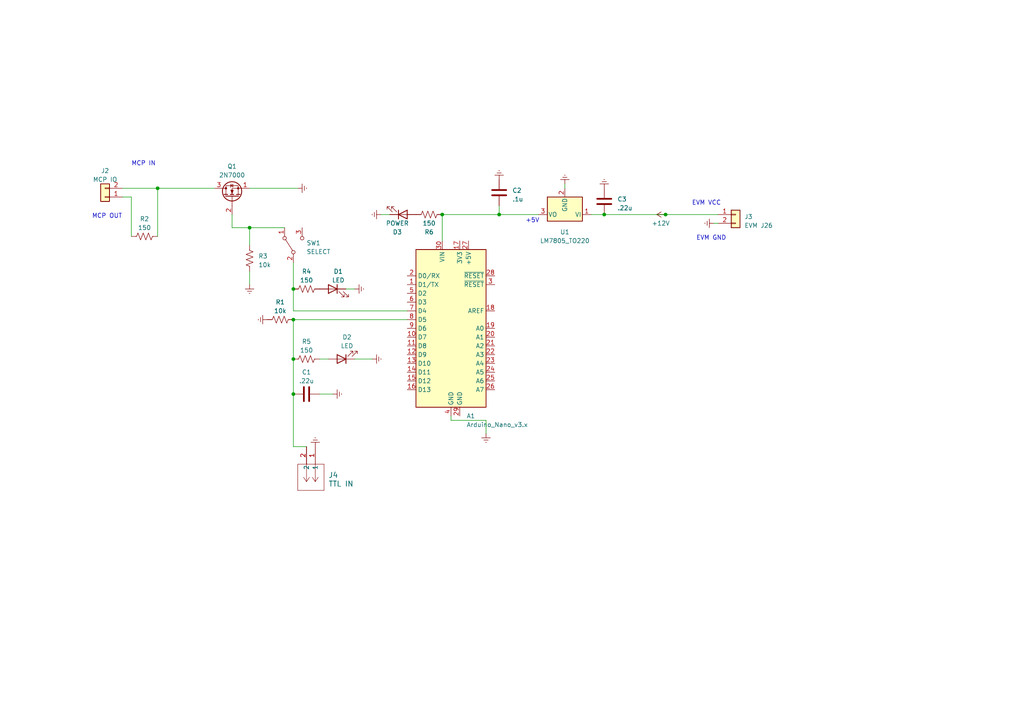
<source format=kicad_sch>
(kicad_sch (version 20230121) (generator eeschema)
  (paper "A4")
  (lib_symbols
    (symbol "Connector_Generic:Conn_01x02" (pin_names (offset 1.016) hide)
      (property "Reference" "J" (at 0 2.54 0))
      (property "Value" "Conn_01x02" (at 0 -5.08 0))
      (symbol "Conn_01x02_1_1"
        (rectangle (start -1.27 -2.413) (end 0 -2.667) (stroke (width 0.1524)))
        (rectangle (start -1.27 0.127) (end 0 -0.127) (stroke (width 0.1524)))
        (rectangle (start -1.27 1.27) (end 1.27 -3.81) (stroke (width 0.254)) (fill (type background)))
        (pin passive line (at -5.08 0 0) (length 3.81) (name "Pin_1") (number "1"))
        (pin passive line (at -5.08 -2.54 0) (length 3.81) (name "Pin_2") (number "2"))
      )
    )
    (symbol "Device:C" (pin_numbers hide) (pin_names (offset 0.254))
      (property "Reference" "C" (at 0.635 2.54 0))
      (property "Value" "C" (at 0.635 -2.54 0))
      (symbol "C_0_1"
        (polyline (pts (xy -2.032 -0.762) (xy 2.032 -0.762)) (stroke (width 0.508)))
        (polyline (pts (xy -2.032 0.762) (xy 2.032 0.762)) (stroke (width 0.508)))
      )
      (symbol "C_1_1"
        (pin passive line (at 0 3.81 270) (length 2.794) (name "~") (number "1"))
        (pin passive line (at 0 -3.81 90) (length 2.794) (name "~") (number "2"))
      )
    )
    (symbol "Device:LED" (pin_numbers hide) (pin_names (offset 1.016) hide)
      (property "Reference" "D" (at 0 2.54 0))
      (property "Value" "LED" (at 0 -2.54 0))
      (symbol "LED_0_1"
        (polyline (pts (xy -1.27 -1.27) (xy -1.27 1.27)) (stroke (width 0.254)))
        (polyline (pts (xy -1.27 0) (xy 1.27 0)))
        (polyline (pts (xy 1.27 -1.27) (xy 1.27 1.27) (xy -1.27 0) (xy 1.27 -1.27)) (stroke (width 0.254)))
        (polyline (pts (xy -3.048 -0.762) (xy -4.572 -2.286) (xy -3.81 -2.286) (xy -4.572 -2.286) (xy -4.572 -1.524)))
        (polyline (pts (xy -1.778 -0.762) (xy -3.302 -2.286) (xy -2.54 -2.286) (xy -3.302 -2.286) (xy -3.302 -1.524)))
      )
      (symbol "LED_1_1"
        (pin passive line (at -3.81 0 0) (length 2.54) (name "K") (number "1"))
        (pin passive line (at 3.81 0 180) (length 2.54) (name "A") (number "2"))
      )
    )
    (symbol "Device:R_US" (pin_numbers hide) (pin_names (offset 0))
      (property "Reference" "R" (at 2.54 0 90))
      (property "Value" "R_US" (at -2.54 0 90))
      (symbol "R_US_0_1"
        (polyline (pts (xy 0 -2.286) (xy 0 -2.54)))
        (polyline (pts (xy 0 2.286) (xy 0 2.54)))
        (polyline (pts (xy 0 -0.762) (xy 1.016 -1.143) (xy 0 -1.524) (xy -1.016 -1.905) (xy 0 -2.286)))
        (polyline (pts (xy 0 0.762) (xy 1.016 0.381) (xy 0 0) (xy -1.016 -0.381) (xy 0 -0.762)))
        (polyline (pts (xy 0 2.286) (xy 1.016 1.905) (xy 0 1.524) (xy -1.016 1.143) (xy 0 0.762)))
      )
      (symbol "R_US_1_1"
        (pin passive line (at 0 3.81 270) (length 1.27) (name "~") (number "1"))
        (pin passive line (at 0 -3.81 90) (length 1.27) (name "~") (number "2"))
      )
    )
    (symbol "MCU_Module:Arduino_Nano_v3.x"
      (property "Reference" "A" (at -10.16 23.495 0))
      (property "Value" "Arduino_Nano_v3.x" (at 5.08 -24.13 0))
      (symbol "Arduino_Nano_v3.x_0_1"
        (rectangle (start -10.16 22.86) (end 10.16 -22.86) (stroke (width 0.254)) (fill (type background)))
      )
      (symbol "Arduino_Nano_v3.x_1_1"
        (pin bidirectional line (at -12.7 12.7 0) (length 2.54) (name "D1/TX") (number "1"))
        (pin bidirectional line (at -12.7 -2.54 0) (length 2.54) (name "D7") (number "10"))
        (pin bidirectional line (at -12.7 -5.08 0) (length 2.54) (name "D8") (number "11"))
        (pin bidirectional line (at -12.7 -7.62 0) (length 2.54) (name "D9") (number "12"))
        (pin bidirectional line (at -12.7 -10.16 0) (length 2.54) (name "D10") (number "13"))
        (pin bidirectional line (at -12.7 -12.7 0) (length 2.54) (name "D11") (number "14"))
        (pin bidirectional line (at -12.7 -15.24 0) (length 2.54) (name "D12") (number "15"))
        (pin bidirectional line (at -12.7 -17.78 0) (length 2.54) (name "D13") (number "16"))
        (pin power_out line (at 2.54 25.4 270) (length 2.54) (name "3V3") (number "17"))
        (pin input line (at 12.7 5.08 180) (length 2.54) (name "AREF") (number "18"))
        (pin bidirectional line (at 12.7 0 180) (length 2.54) (name "A0") (number "19"))
        (pin bidirectional line (at -12.7 15.24 0) (length 2.54) (name "D0/RX") (number "2"))
        (pin bidirectional line (at 12.7 -2.54 180) (length 2.54) (name "A1") (number "20"))
        (pin bidirectional line (at 12.7 -5.08 180) (length 2.54) (name "A2") (number "21"))
        (pin bidirectional line (at 12.7 -7.62 180) (length 2.54) (name "A3") (number "22"))
        (pin bidirectional line (at 12.7 -10.16 180) (length 2.54) (name "A4") (number "23"))
        (pin bidirectional line (at 12.7 -12.7 180) (length 2.54) (name "A5") (number "24"))
        (pin bidirectional line (at 12.7 -15.24 180) (length 2.54) (name "A6") (number "25"))
        (pin bidirectional line (at 12.7 -17.78 180) (length 2.54) (name "A7") (number "26"))
        (pin power_out line (at 5.08 25.4 270) (length 2.54) (name "+5V") (number "27"))
        (pin input line (at 12.7 15.24 180) (length 2.54) (name "~{RESET}") (number "28"))
        (pin power_in line (at 2.54 -25.4 90) (length 2.54) (name "GND") (number "29"))
        (pin input line (at 12.7 12.7 180) (length 2.54) (name "~{RESET}") (number "3"))
        (pin power_in line (at -2.54 25.4 270) (length 2.54) (name "VIN") (number "30"))
        (pin power_in line (at 0 -25.4 90) (length 2.54) (name "GND") (number "4"))
        (pin bidirectional line (at -12.7 10.16 0) (length 2.54) (name "D2") (number "5"))
        (pin bidirectional line (at -12.7 7.62 0) (length 2.54) (name "D3") (number "6"))
        (pin bidirectional line (at -12.7 5.08 0) (length 2.54) (name "D4") (number "7"))
        (pin bidirectional line (at -12.7 2.54 0) (length 2.54) (name "D5") (number "8"))
        (pin bidirectional line (at -12.7 0 0) (length 2.54) (name "D6") (number "9"))
      )
    )
    (symbol "Regulator_Linear:LM7805_TO220" (pin_names (offset 0.254))
      (property "Reference" "U" (at -3.81 3.175 0))
      (property "Value" "LM7805_TO220" (at 0 3.175 0))
      (symbol "LM7805_TO220_0_1"
        (rectangle (start -5.08 1.905) (end 5.08 -5.08) (stroke (width 0.254)) (fill (type background)))
      )
      (symbol "LM7805_TO220_1_1"
        (pin power_in line (at -7.62 0 0) (length 2.54) (name "VI") (number "1"))
        (pin power_in line (at 0 -7.62 90) (length 2.54) (name "GND") (number "2"))
        (pin power_out line (at 7.62 0 180) (length 2.54) (name "VO") (number "3"))
      )
    )
    (symbol "Switch:SW_SPDT" (pin_names (offset 0) hide)
      (property "Reference" "SW" (at 0 4.318 0))
      (property "Value" "SW_SPDT" (at 0 -5.08 0))
      (symbol "SW_SPDT_0_0"
        (circle (center -2.032 0) (radius 0.508))
        (circle (center 2.032 -2.54) (radius 0.508))
      )
      (symbol "SW_SPDT_0_1"
        (polyline (pts (xy -1.524 0.254) (xy 1.651 2.286)))
        (circle (center 2.032 2.54) (radius 0.508))
      )
      (symbol "SW_SPDT_1_1"
        (pin passive line (at 5.08 2.54 180) (length 2.54) (name "A") (number "1"))
        (pin passive line (at -5.08 0 0) (length 2.54) (name "B") (number "2"))
        (pin passive line (at 5.08 -2.54 180) (length 2.54) (name "C") (number "3"))
      )
    )
    (symbol "Transistor_FET:2N7000" (pin_names hide)
      (property "Reference" "Q" (at 5.08 1.905 0))
      (property "Value" "2N7000" (at 5.08 0 0))
      (symbol "2N7000_0_1"
        (polyline (pts (xy 0.254 0) (xy -2.54 0)))
        (polyline (pts (xy 0.254 1.905) (xy 0.254 -1.905)) (stroke (width 0.254)))
        (polyline (pts (xy 0.762 -1.27) (xy 0.762 -2.286)) (stroke (width 0.254)))
        (polyline (pts (xy 0.762 0.508) (xy 0.762 -0.508)) (stroke (width 0.254)))
        (polyline (pts (xy 0.762 2.286) (xy 0.762 1.27)) (stroke (width 0.254)))
        (polyline (pts (xy 2.54 2.54) (xy 2.54 1.778)))
        (polyline (pts (xy 2.54 -2.54) (xy 2.54 0) (xy 0.762 0)))
        (polyline (pts (xy 0.762 -1.778) (xy 3.302 -1.778) (xy 3.302 1.778) (xy 0.762 1.778)))
        (polyline (pts (xy 1.016 0) (xy 2.032 0.381) (xy 2.032 -0.381) (xy 1.016 0)) (fill (type outline)))
        (polyline (pts (xy 2.794 0.508) (xy 2.921 0.381) (xy 3.683 0.381) (xy 3.81 0.254)))
        (polyline (pts (xy 3.302 0.381) (xy 2.921 -0.254) (xy 3.683 -0.254) (xy 3.302 0.381)))
        (circle (center 1.651 0) (radius 2.794) (stroke (width 0.254)))
        (circle (center 2.54 -1.778) (radius 0.254) (fill (type outline)))
        (circle (center 2.54 1.778) (radius 0.254) (fill (type outline)))
      )
      (symbol "2N7000_1_1"
        (pin passive line (at 2.54 -5.08 90) (length 2.54) (name "S") (number "1"))
        (pin input line (at -5.08 0 0) (length 2.54) (name "G") (number "2"))
        (pin passive line (at 2.54 5.08 270) (length 2.54) (name "D") (number "3"))
      )
    )
    (symbol "UCSB_BNC:CONBNC002" (pin_names (offset 0.254))
      (property "Reference" "J" (at 8.89 6.35 0))
      (property "Value" "CONBNC002" (at 0 0 0))
      (symbol "CONBNC002_1_1"
        (polyline (pts (xy 5.08 -5.08) (xy 12.7 -5.08)) (stroke (width 0.127)))
        (polyline (pts (xy 5.08 2.54) (xy 5.08 -5.08)) (stroke (width 0.127)))
        (polyline (pts (xy 10.16 -2.54) (xy 5.08 -2.54)) (stroke (width 0.127)))
        (polyline (pts (xy 10.16 -2.54) (xy 8.89 -3.3867)) (stroke (width 0.127)))
        (polyline (pts (xy 10.16 -2.54) (xy 8.89 -1.6933)) (stroke (width 0.127)))
        (polyline (pts (xy 10.16 0) (xy 5.08 0)) (stroke (width 0.127)))
        (polyline (pts (xy 10.16 0) (xy 8.89 -0.8467)) (stroke (width 0.127)))
        (polyline (pts (xy 10.16 0) (xy 8.89 0.8467)) (stroke (width 0.127)))
        (polyline (pts (xy 12.7 -5.08) (xy 12.7 2.54)) (stroke (width 0.127)))
        (polyline (pts (xy 12.7 2.54) (xy 5.08 2.54)) (stroke (width 0.127)))
        (pin unspecified line (at 0 0 0) (length 5.08) (name "1") (number "1"))
        (pin unspecified line (at 0 -2.54 0) (length 5.08) (name "2") (number "2"))
      )
      (symbol "CONBNC002_1_2"
        (polyline (pts (xy 5.08 -5.08) (xy 12.7 -5.08)) (stroke (width 0.127)))
        (polyline (pts (xy 5.08 2.54) (xy 5.08 -5.08)) (stroke (width 0.127)))
        (polyline (pts (xy 7.62 -2.54) (xy 5.08 -2.54)) (stroke (width 0.127)))
        (polyline (pts (xy 7.62 -2.54) (xy 8.89 -3.3867)) (stroke (width 0.127)))
        (polyline (pts (xy 7.62 -2.54) (xy 8.89 -1.6933)) (stroke (width 0.127)))
        (polyline (pts (xy 7.62 0) (xy 5.08 0)) (stroke (width 0.127)))
        (polyline (pts (xy 7.62 0) (xy 8.89 -0.8467)) (stroke (width 0.127)))
        (polyline (pts (xy 7.62 0) (xy 8.89 0.8467)) (stroke (width 0.127)))
        (polyline (pts (xy 12.7 -5.08) (xy 12.7 2.54)) (stroke (width 0.127)))
        (polyline (pts (xy 12.7 2.54) (xy 5.08 2.54)) (stroke (width 0.127)))
        (pin unspecified line (at 0 0 0) (length 5.08) (name "1") (number "1"))
        (pin unspecified line (at 0 -2.54 0) (length 5.08) (name "2") (number "2"))
      )
    )
    (symbol "power:+12V" (power) (pin_names (offset 0))
      (property "Value" "+12V" (at 0 3.556 0))
      (symbol "+12V_0_1"
        (polyline (pts (xy -0.762 1.27) (xy 0 2.54)))
        (polyline (pts (xy 0 0) (xy 0 2.54)))
        (polyline (pts (xy 0 2.54) (xy 0.762 1.27)))
      )
      (symbol "+12V_1_1"
        (pin power_in line (at 0 0 90) (length 0) hide (name "+12V") (number "1"))
      )
    )
    (symbol "power:Earth" (power) (pin_names (offset 0))
      (symbol "Earth_0_1"
        (polyline (pts (xy -0.635 -1.905) (xy 0.635 -1.905)))
        (polyline (pts (xy -0.127 -2.54) (xy 0.127 -2.54)))
        (polyline (pts (xy 0 -1.27) (xy 0 0)))
        (polyline (pts (xy 1.27 -1.27) (xy -1.27 -1.27)))
      )
      (symbol "Earth_1_1"
        (pin power_in line (at 0 0 270) (length 0) hide (name "Earth") (number "1"))
      )
    )
  )
  (junction (at 144.78 62.23))
  (junction (at 85.09 83.82))
  (junction (at 72.39 66.04))
  (junction (at 193.04 62.23))
  (junction (at 45.72 54.61))
  (junction (at 85.09 104.14))
  (junction (at 175.26 62.23))
  (junction (at 128.27 62.23))
  (junction (at 85.09 114.3))
  (junction (at 85.09 92.71))
  (wire (pts (xy 72.39 66.04) (xy 72.39 71.12)))
  (wire (pts (xy 45.72 54.61) (xy 62.23 54.61)))
  (wire (pts (xy 171.45 62.23) (xy 175.26 62.23)))
  (wire (pts (xy 85.09 90.17) (xy 118.11 90.17)))
  (wire (pts (xy 92.71 104.14) (xy 95.25 104.14)))
  (wire (pts (xy 102.87 104.14) (xy 107.95 104.14)))
  (wire (pts (xy 72.39 54.61) (xy 86.36 54.61)))
  (wire (pts (xy 38.1 68.58) (xy 38.1 57.15)))
  (wire (pts (xy 128.27 62.23) (xy 128.27 69.85)))
  (wire (pts (xy 38.1 57.15) (xy 35.56 57.15)))
  (wire (pts (xy 85.09 114.3) (xy 85.09 129.54)))
  (wire (pts (xy 72.39 78.74) (xy 72.39 82.55)))
  (wire (pts (xy 45.72 54.61) (xy 45.72 68.58)))
  (wire (pts (xy 110.49 62.23) (xy 113.03 62.23)))
  (wire (pts (xy 82.55 66.04) (xy 72.39 66.04)))
  (wire (pts (xy 193.04 62.23) (xy 208.28 62.23)))
  (wire (pts (xy 85.09 104.14) (xy 85.09 114.3)))
  (wire (pts (xy 85.09 83.82) (xy 85.09 90.17)))
  (wire (pts (xy 85.09 76.2) (xy 85.09 83.82)))
  (wire (pts (xy 130.81 120.65) (xy 130.81 121.92)))
  (wire (pts (xy 67.31 66.04) (xy 72.39 66.04)))
  (wire (pts (xy 85.09 92.71) (xy 118.11 92.71)))
  (wire (pts (xy 85.09 92.71) (xy 85.09 104.14)))
  (wire (pts (xy 92.71 114.3) (xy 96.52 114.3)))
  (wire (pts (xy 130.81 121.92) (xy 140.97 121.92)))
  (wire (pts (xy 100.33 83.82) (xy 102.87 83.82)))
  (wire (pts (xy 144.78 59.69) (xy 144.78 62.23)))
  (wire (pts (xy 163.83 53.34) (xy 163.83 54.61)))
  (wire (pts (xy 35.56 54.61) (xy 45.72 54.61)))
  (wire (pts (xy 175.26 62.23) (xy 193.04 62.23)))
  (wire (pts (xy 85.09 129.54) (xy 88.9 129.54)))
  (wire (pts (xy 140.97 121.92) (xy 140.97 125.73)))
  (wire (pts (xy 128.27 62.23) (xy 144.78 62.23)))
  (wire (pts (xy 208.28 64.77) (xy 207.01 64.77)))
  (wire (pts (xy 67.31 62.23) (xy 67.31 66.04)))
  (wire (pts (xy 144.78 62.23) (xy 156.21 62.23)))
  (text "+5V\n" (at 152.4 64.77 0) (effects (font (size 1.27 1.27)) (justify left bottom)))
  (text "EVM GND" (at 201.93 69.85 0) (effects (font (size 1.27 1.27)) (justify left bottom)))
  (text "MCP OUT\n" (at 26.67 63.5 0) (effects (font (size 1.27 1.27)) (justify left bottom)))
  (text "EVM VCC" (at 200.66 59.69 0) (effects (font (size 1.27 1.27)) (justify left bottom)))
  (text "MCP IN\n" (at 38.1 48.26 0) (effects (font (size 1.27 1.27)) (justify left bottom)))
  (symbol (lib_id "MCU_Module:Arduino_Nano_v3.x") (at 130.81 95.25 0) (unit 1)
    (property "Reference" "A1" (at 135.3059 120.65 0) (effects (justify left)))
    (property "Value" "Arduino_Nano_v3.x" (at 135.3059 123.19 0) (effects (justify left)))
    (property "Footprint" "Module:Arduino_Nano" (effects hide))
    (property "Datasheet" "http://www.mouser.com/pdfdocs/Gravitech_Arduino_Nano3_0.pdf" (effects hide))
  )
  (symbol (lib_id "power:Earth") (at 110.49 62.23 270) (unit 1)
    (property "Reference" "#PWR013" (effects hide))
    (property "Value" "Earth" (effects hide))
  )
  (symbol (lib_id "power:Earth") (at 107.95 104.14 90) (unit 1)
    (property "Reference" "#PWR04" (effects hide))
    (property "Value" "Earth" (effects hide))
  )
  (symbol (lib_id "Device:LED") (at 96.52 83.82 0) (mirror y) (unit 1)
    (property "Reference" "D1" (at 98.1075 78.74 0))
    (property "Value" "LED" (at 98.1075 81.28 0))
    (property "Footprint" "LED_THT:LED_D5.0mm" (effects hide))
  )
  (symbol (lib_id "power:Earth") (at 207.01 64.77 270) (unit 1)
    (property "Reference" "#PWR011" (effects hide))
    (property "Value" "Earth" (effects hide))
  )
  (symbol (lib_id "power:Earth") (at 102.87 83.82 90) (unit 1)
    (property "Reference" "#PWR03" (effects hide))
    (property "Value" "Earth" (effects hide))
  )
  (symbol (lib_id "power:Earth") (at 144.78 52.07 180) (unit 1)
    (property "Reference" "#PWR08" (effects hide))
    (property "Value" "Earth" (effects hide))
  )
  (symbol (lib_id "Device:LED") (at 99.06 104.14 180) (unit 1)
    (property "Reference" "D2" (at 100.6475 97.79 0))
    (property "Value" "LED" (at 100.6475 100.33 0))
    (property "Footprint" "LED_THT:LED_D5.0mm" (effects hide))
  )
  (symbol (lib_id "power:Earth") (at 77.47 92.71 270) (unit 1)
    (property "Reference" "#PWR014" (effects hide))
    (property "Value" "Earth" (effects hide))
  )
  (symbol (lib_id "Device:R_US") (at 41.91 68.58 90) (unit 1)
    (property "Reference" "R2" (at 41.91 63.5 90))
    (property "Value" "150" (at 41.91 66.04 90))
    (property "Footprint" "Resistor_THT:R_Axial_DIN0207_L6.3mm_D2.5mm_P10.16mm_Horizontal" (effects hide))
  )
  (symbol (lib_id "power:+12V") (at 193.04 62.23 90) (unit 1)
    (property "Reference" "#PWR010" (effects hide))
    (property "Value" "+12V" (at 194.31 64.77 90) (effects (justify left)))
  )
  (symbol (lib_id "Connector_Generic:Conn_01x02") (at 30.48 57.15 180) (unit 1)
    (property "Reference" "J2" (at 30.48 49.53 0))
    (property "Value" "MCP IO" (at 30.48 52.07 0))
    (property "Footprint" "Connector_PinHeader_2.54mm:PinHeader_1x02_P2.54mm_Vertical" (effects hide))
  )
  (symbol (lib_id "Device:C") (at 144.78 55.88 0) (unit 1)
    (property "Reference" "C2" (at 148.59 55.245 0) (effects (justify left)))
    (property "Value" ".1u" (at 148.59 57.785 0) (effects (justify left)))
    (property "Footprint" "Capacitor_THT:C_Disc_D9.0mm_W2.5mm_P5.00mm" (effects hide))
  )
  (symbol (lib_id "power:Earth") (at 140.97 125.73 0) (unit 1)
    (property "Reference" "#PWR06" (effects hide))
    (property "Value" "Earth" (effects hide))
  )
  (symbol (lib_id "UCSB_BNC:CONBNC002") (at 91.44 129.54 270) (unit 1)
    (property "Reference" "J4" (at 95.25 137.795 90) (effects (font (size 1.524 1.524)) (justify left)))
    (property "Value" "TTL IN" (at 95.25 140.335 90) (effects (font (size 1.524 1.524)) (justify left)))
    (property "Footprint" "UCSB_BNC:CONN_CONBN_LNX" (effects hide))
    (property "Datasheet" "CONBNC002" (effects hide))
  )
  (symbol (lib_id "Connector_Generic:Conn_01x02") (at 213.36 62.23 0) (unit 1)
    (property "Reference" "J3" (at 215.9 62.865 0) (effects (justify left)))
    (property "Value" "EVM J26" (at 215.9 65.405 0) (effects (justify left)))
    (property "Footprint" "Connector_PinHeader_2.54mm:PinHeader_1x02_P2.54mm_Vertical" (effects hide))
  )
  (symbol (lib_id "Device:R_US") (at 124.46 62.23 270) (unit 1)
    (property "Reference" "R6" (at 124.46 67.31 90))
    (property "Value" "150" (at 124.46 64.77 90))
    (property "Footprint" "Resistor_THT:R_Axial_DIN0207_L6.3mm_D2.5mm_P10.16mm_Horizontal" (effects hide))
  )
  (symbol (lib_id "Device:R_US") (at 88.9 83.82 90) (unit 1)
    (property "Reference" "R4" (at 88.9 78.74 90))
    (property "Value" "150" (at 88.9 81.28 90))
    (property "Footprint" "Resistor_THT:R_Axial_DIN0207_L6.3mm_D2.5mm_P10.16mm_Horizontal" (effects hide))
  )
  (symbol (lib_id "Device:R_US") (at 88.9 104.14 90) (unit 1)
    (property "Reference" "R5" (at 88.9 99.06 90))
    (property "Value" "150" (at 88.9 101.6 90))
    (property "Footprint" "Resistor_THT:R_Axial_DIN0207_L6.3mm_D2.5mm_P10.16mm_Horizontal" (effects hide))
  )
  (symbol (lib_id "Transistor_FET:2N7000") (at 67.31 57.15 90) (unit 1)
    (property "Reference" "Q1" (at 67.31 48.26 90))
    (property "Value" "2N7000" (at 67.31 50.8 90))
    (property "Footprint" "Package_TO_SOT_THT:TO-92_Inline" (effects hide))
    (property "Datasheet" "https://www.vishay.com/docs/70226/70226.pdf" (effects hide))
  )
  (symbol (lib_id "power:Earth") (at 91.44 129.54 180) (unit 1)
    (property "Reference" "#PWR012" (effects hide))
    (property "Value" "Earth" (effects hide))
  )
  (symbol (lib_id "Device:C") (at 175.26 58.42 0) (unit 1)
    (property "Reference" "C3" (at 179.07 57.785 0) (effects (justify left)))
    (property "Value" ".22u" (at 179.07 60.325 0) (effects (justify left)))
    (property "Footprint" "Capacitor_THT:C_Disc_D9.0mm_W2.5mm_P5.00mm" (effects hide))
  )
  (symbol (lib_id "power:Earth") (at 96.52 114.3 90) (unit 1)
    (property "Reference" "#PWR05" (effects hide))
    (property "Value" "Earth" (effects hide))
  )
  (symbol (lib_id "Device:LED") (at 116.84 62.23 0) (mirror x) (unit 1)
    (property "Reference" "D3" (at 115.2525 67.31 0))
    (property "Value" "POWER" (at 115.2525 64.77 0))
    (property "Footprint" "LED_THT:LED_D5.0mm" (effects hide))
  )
  (symbol (lib_id "Device:R_US") (at 72.39 74.93 0) (unit 1)
    (property "Reference" "R3" (at 74.93 74.295 0) (effects (justify left)))
    (property "Value" "10k" (at 74.93 76.835 0) (effects (justify left)))
    (property "Footprint" "Resistor_THT:R_Axial_DIN0207_L6.3mm_D2.5mm_P10.16mm_Horizontal" (effects hide))
  )
  (symbol (lib_id "Regulator_Linear:LM7805_TO220") (at 163.83 62.23 180) (unit 1)
    (property "Reference" "U1" (at 163.83 67.31 0))
    (property "Value" "LM7805_TO220" (at 163.83 69.85 0))
    (property "Footprint" "Package_TO_SOT_THT:TO-220-3_Vertical" (effects hide))
    (property "Datasheet" "https://www.onsemi.cn/PowerSolutions/document/MC7800-D.PDF" (effects hide))
  )
  (symbol (lib_id "power:Earth") (at 86.36 54.61 90) (mirror x) (unit 1)
    (property "Reference" "#PWR01" (effects hide))
    (property "Value" "Earth" (effects hide))
  )
  (symbol (lib_id "Device:C") (at 88.9 114.3 90) (unit 1)
    (property "Reference" "C1" (at 88.9 107.95 90))
    (property "Value" ".22u" (at 88.9 110.49 90))
    (property "Footprint" "Capacitor_THT:C_Disc_D9.0mm_W2.5mm_P5.00mm" (effects hide))
  )
  (symbol (lib_id "Device:R_US") (at 81.28 92.71 90) (unit 1)
    (property "Reference" "R1" (at 81.28 87.63 90))
    (property "Value" "10k" (at 81.28 90.17 90))
    (property "Footprint" "Resistor_THT:R_Axial_DIN0207_L6.3mm_D2.5mm_P10.16mm_Horizontal" (effects hide))
  )
  (symbol (lib_id "power:Earth") (at 163.83 53.34 180) (unit 1)
    (property "Reference" "#PWR07" (effects hide))
    (property "Value" "Earth" (effects hide))
  )
  (symbol (lib_id "Switch:SW_SPDT") (at 85.09 71.12 90) (unit 1)
    (property "Reference" "SW1" (at 88.9 70.485 90) (effects (justify right)))
    (property "Value" "SELECT" (at 88.9 73.025 90) (effects (justify right)))
    (property "Footprint" "Connector_PinHeader_2.54mm:PinHeader_1x03_P2.54mm_Vertical" (effects hide))
  )
  (symbol (lib_id "power:Earth") (at 175.26 54.61 180) (unit 1)
    (property "Reference" "#PWR09" (effects hide))
    (property "Value" "Earth" (effects hide))
  )
  (symbol (lib_id "power:Earth") (at 72.39 82.55 0) (unit 1)
    (property "Reference" "#PWR02" (effects hide))
    (property "Value" "Earth" (effects hide))
  )
)
</source>
